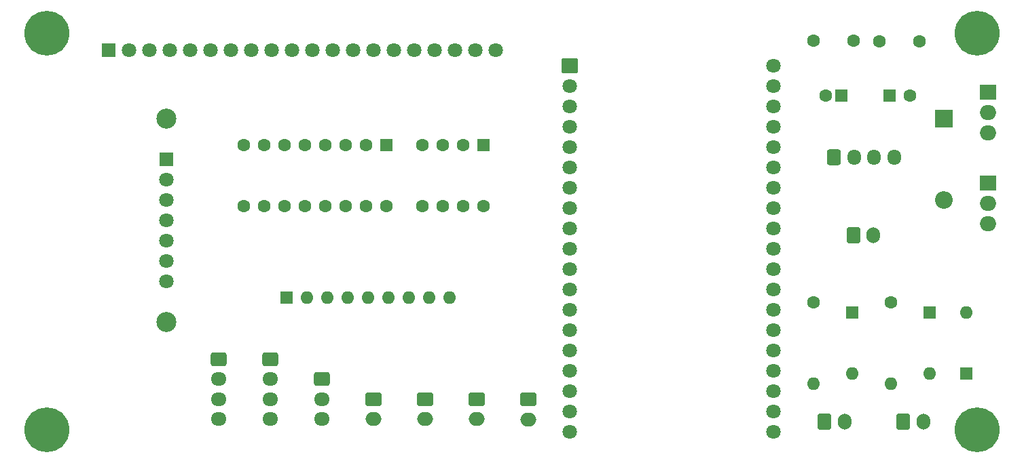
<source format=gbr>
%TF.GenerationSoftware,KiCad,Pcbnew,9.0.4*%
%TF.CreationDate,2025-12-09T22:45:37+01:00*%
%TF.ProjectId,VFO BFO Si5351,56464f20-4246-44f2-9053-69353335312e,rev?*%
%TF.SameCoordinates,Original*%
%TF.FileFunction,Soldermask,Bot*%
%TF.FilePolarity,Negative*%
%FSLAX46Y46*%
G04 Gerber Fmt 4.6, Leading zero omitted, Abs format (unit mm)*
G04 Created by KiCad (PCBNEW 9.0.4) date 2025-12-09 22:45:37*
%MOMM*%
%LPD*%
G01*
G04 APERTURE LIST*
G04 Aperture macros list*
%AMRoundRect*
0 Rectangle with rounded corners*
0 $1 Rounding radius*
0 $2 $3 $4 $5 $6 $7 $8 $9 X,Y pos of 4 corners*
0 Add a 4 corners polygon primitive as box body*
4,1,4,$2,$3,$4,$5,$6,$7,$8,$9,$2,$3,0*
0 Add four circle primitives for the rounded corners*
1,1,$1+$1,$2,$3*
1,1,$1+$1,$4,$5*
1,1,$1+$1,$6,$7*
1,1,$1+$1,$8,$9*
0 Add four rect primitives between the rounded corners*
20,1,$1+$1,$2,$3,$4,$5,0*
20,1,$1+$1,$4,$5,$6,$7,0*
20,1,$1+$1,$6,$7,$8,$9,0*
20,1,$1+$1,$8,$9,$2,$3,0*%
G04 Aperture macros list end*
%ADD10O,1.700000X2.000000*%
%ADD11RoundRect,0.250000X-0.600000X-0.750000X0.600000X-0.750000X0.600000X0.750000X-0.600000X0.750000X0*%
%ADD12C,1.800000*%
%ADD13R,1.800000X1.800000*%
%ADD14C,2.500000*%
%ADD15O,1.600000X1.600000*%
%ADD16C,1.600000*%
%ADD17O,2.000000X1.700000*%
%ADD18RoundRect,0.250000X-0.750000X0.600000X-0.750000X-0.600000X0.750000X-0.600000X0.750000X0.600000X0*%
%ADD19RoundRect,0.250000X-0.725000X0.600000X-0.725000X-0.600000X0.725000X-0.600000X0.725000X0.600000X0*%
%ADD20O,1.950000X1.700000*%
%ADD21R,2.000000X1.905000*%
%ADD22O,2.000000X1.905000*%
%ADD23C,3.600000*%
%ADD24C,5.600000*%
%ADD25R,1.600000X1.600000*%
%ADD26RoundRect,0.102000X-0.900000X-0.850000X0.900000X-0.850000X0.900000X0.850000X-0.900000X0.850000X0*%
%ADD27RoundRect,0.250000X-0.550000X0.550000X-0.550000X-0.550000X0.550000X-0.550000X0.550000X0.550000X0*%
%ADD28R,2.200000X2.200000*%
%ADD29O,2.200000X2.200000*%
%ADD30RoundRect,0.250000X-0.600000X-0.725000X0.600000X-0.725000X0.600000X0.725000X-0.600000X0.725000X0*%
%ADD31O,1.700000X1.950000*%
G04 APERTURE END LIST*
D10*
%TO.C,J8*%
X187974570Y-112522000D03*
D11*
X185474570Y-112522000D03*
%TD*%
D10*
%TO.C,J9*%
X197800600Y-112522000D03*
D11*
X195300600Y-112522000D03*
%TD*%
D10*
%TO.C,J10*%
X191552200Y-89255600D03*
D11*
X189052200Y-89255600D03*
%TD*%
D12*
%TO.C,M1*%
X103397000Y-95029600D03*
X103397000Y-92489600D03*
X103397000Y-89949600D03*
X103397000Y-87409600D03*
X103397000Y-84869600D03*
X103397000Y-82329600D03*
D13*
X103397000Y-79789600D03*
D14*
X103397000Y-74709600D03*
X103397000Y-100109600D03*
%TD*%
D15*
%TO.C,R1*%
X193761970Y-107731000D03*
D16*
X193761970Y-97571000D03*
%TD*%
D15*
%TO.C,R3*%
X184102970Y-107731000D03*
D16*
X184102970Y-97571000D03*
%TD*%
D17*
%TO.C,J6*%
X142063725Y-112202619D03*
D18*
X142063725Y-109702619D03*
%TD*%
D16*
%TO.C,C4*%
X189127086Y-64973027D03*
X184127086Y-64973027D03*
%TD*%
D19*
%TO.C,J2*%
X116365027Y-104702619D03*
D20*
X116365027Y-107202619D03*
X116365027Y-109702619D03*
X116365027Y-112202619D03*
%TD*%
D21*
%TO.C,U3*%
X205812829Y-71325464D03*
D22*
X205812829Y-73865464D03*
X205812829Y-76405464D03*
%TD*%
D19*
%TO.C,J3*%
X122789701Y-107202619D03*
D20*
X122789701Y-109702619D03*
X122789701Y-112202619D03*
%TD*%
D19*
%TO.C,J1*%
X109940352Y-104702619D03*
D20*
X109940352Y-107202619D03*
X109940352Y-109702619D03*
X109940352Y-112202619D03*
%TD*%
D23*
%TO.C,H2*%
X88500000Y-113500000D03*
D24*
X88500000Y-113500000D03*
%TD*%
D25*
%TO.C,C2*%
X193601286Y-71831027D03*
D16*
X196101286Y-71831027D03*
%TD*%
D18*
%TO.C,J5*%
X135639051Y-109702619D03*
D17*
X135639051Y-112202619D03*
%TD*%
D26*
%TO.C,U1*%
X153725200Y-68100200D03*
D12*
X153725200Y-70640200D03*
X153725200Y-73180200D03*
X153725200Y-75720200D03*
X153725200Y-78260200D03*
X153725200Y-80800200D03*
X153725200Y-83340200D03*
X153725200Y-85880200D03*
X153725200Y-88420200D03*
X153725200Y-90960200D03*
X153725200Y-93500200D03*
X153725200Y-96040200D03*
X153725200Y-98580200D03*
X153725200Y-101120200D03*
X153725200Y-103660200D03*
X153725200Y-106200200D03*
X153725200Y-108740200D03*
X153725200Y-111280200D03*
X153725200Y-113820200D03*
X179125200Y-68100200D03*
X179125200Y-70640200D03*
X179125200Y-73180200D03*
X179125200Y-75720200D03*
X179125200Y-78260200D03*
X179125200Y-80800200D03*
X179125200Y-83340200D03*
X179125200Y-85880200D03*
X179125200Y-88420200D03*
X179125200Y-90960200D03*
X179125200Y-93500200D03*
X179125200Y-96040200D03*
X179125200Y-98580200D03*
X179125200Y-101120200D03*
X179125200Y-103660200D03*
X179125200Y-106200200D03*
X179125200Y-108740200D03*
X179125200Y-111280200D03*
X179125200Y-113820200D03*
%TD*%
D23*
%TO.C,H1*%
X204500000Y-113500000D03*
D24*
X204500000Y-113500000D03*
%TD*%
D25*
%TO.C,C3*%
X187582199Y-71805627D03*
D16*
X185582199Y-71805627D03*
%TD*%
D27*
%TO.C,U5*%
X142930200Y-77955400D03*
D16*
X140390200Y-77955400D03*
X137850200Y-77955400D03*
X135310200Y-77955400D03*
X135310200Y-85575400D03*
X137850200Y-85575400D03*
X140390200Y-85575400D03*
X142930200Y-85575400D03*
%TD*%
D25*
%TO.C,D3*%
X188932470Y-98841000D03*
D15*
X188932470Y-106461000D03*
%TD*%
D23*
%TO.C,H4*%
X88500000Y-64000000D03*
D24*
X88500000Y-64000000D03*
%TD*%
D16*
%TO.C,C1*%
X192283665Y-64987627D03*
X197283665Y-64987627D03*
%TD*%
D21*
%TO.C,U4*%
X205812829Y-82671464D03*
D22*
X205812829Y-85211464D03*
X205812829Y-87751464D03*
%TD*%
D28*
%TO.C,D4*%
X200314229Y-74627464D03*
D29*
X200314229Y-84787464D03*
%TD*%
D18*
%TO.C,J4*%
X129214376Y-109702619D03*
D17*
X129214376Y-112202619D03*
%TD*%
D23*
%TO.C,H3*%
X204500000Y-64000000D03*
D24*
X204500000Y-64000000D03*
%TD*%
D27*
%TO.C,U2*%
X130828200Y-77995800D03*
D16*
X128288200Y-77995800D03*
X125748200Y-77995800D03*
X123208200Y-77995800D03*
X120668200Y-77995800D03*
X118128200Y-77995800D03*
X115588200Y-77995800D03*
X113048200Y-77995800D03*
X113048200Y-85615800D03*
X115588200Y-85615800D03*
X118128200Y-85615800D03*
X120668200Y-85615800D03*
X123208200Y-85615800D03*
X125748200Y-85615800D03*
X128288200Y-85615800D03*
X130828200Y-85615800D03*
%TD*%
D25*
%TO.C,RN1*%
X118407600Y-97012200D03*
D15*
X120947600Y-97012200D03*
X123487600Y-97012200D03*
X126027600Y-97012200D03*
X128567600Y-97012200D03*
X131107600Y-97012200D03*
X133647600Y-97012200D03*
X136187600Y-97012200D03*
X138727600Y-97012200D03*
%TD*%
D25*
%TO.C,D1*%
X203170970Y-106461000D03*
D15*
X203170970Y-98841000D03*
%TD*%
D25*
%TO.C,D2*%
X198591470Y-98841000D03*
D15*
X198591470Y-106461000D03*
%TD*%
D18*
%TO.C,J7*%
X148488400Y-109728000D03*
D17*
X148488400Y-112228000D03*
%TD*%
D13*
%TO.C,J12*%
X96168800Y-66144400D03*
D12*
X98708800Y-66144400D03*
X101248800Y-66144400D03*
X103788800Y-66144400D03*
X106328800Y-66144400D03*
X108868800Y-66144400D03*
X111408800Y-66144400D03*
X113948800Y-66144400D03*
X116488800Y-66144400D03*
X119028800Y-66144400D03*
X121568800Y-66144400D03*
X124108800Y-66144400D03*
X126648800Y-66144400D03*
X129188800Y-66144400D03*
X131728800Y-66144400D03*
X134268800Y-66144400D03*
X136808800Y-66144400D03*
X139348800Y-66144400D03*
X141888800Y-66144400D03*
X144428800Y-66144400D03*
%TD*%
D30*
%TO.C,J11*%
X186639200Y-79527400D03*
D31*
X189139200Y-79527400D03*
X191639200Y-79527400D03*
X194139200Y-79527400D03*
%TD*%
M02*

</source>
